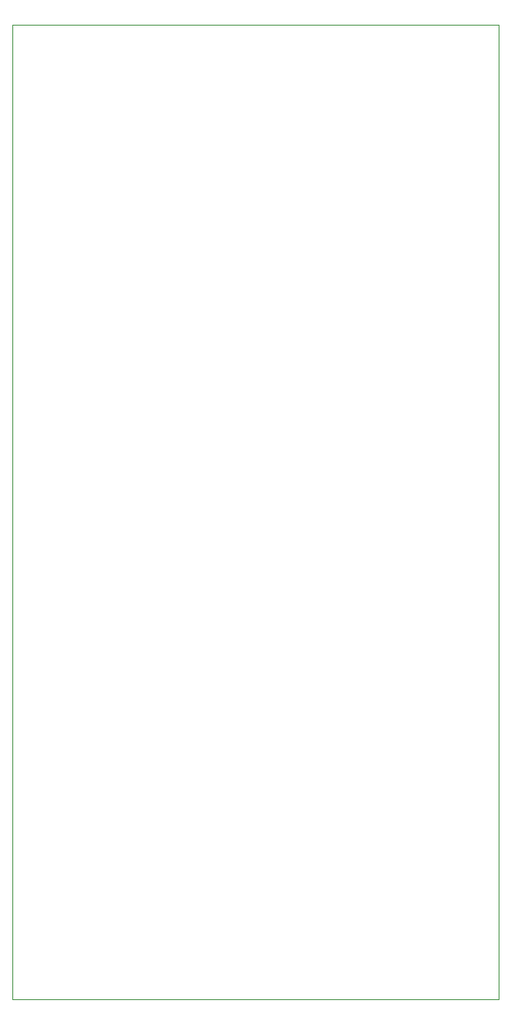
<source format=gbr>
G04*
G04 #@! TF.GenerationSoftware,Altium Limited,Altium Designer,24.2.2 (26)*
G04*
G04 Layer_Color=0*
%FSLAX44Y44*%
%MOMM*%
G71*
G04*
G04 #@! TF.SameCoordinates,BA5435D1-E33E-4BF3-B594-492C3B3FECF4*
G04*
G04*
G04 #@! TF.FilePolarity,Positive*
G04*
G01*
G75*
%ADD56C,0.0254*%
D56*
X0Y-206D02*
Y999999D01*
X500000D01*
Y0D01*
X0Y-206D01*
M02*

</source>
